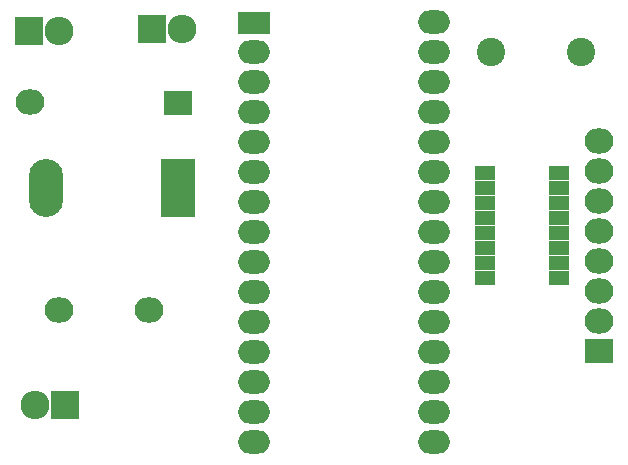
<source format=gbs>
G04 #@! TF.FileFunction,Soldermask,Bot*
%FSLAX46Y46*%
G04 Gerber Fmt 4.6, Leading zero omitted, Abs format (unit mm)*
G04 Created by KiCad (PCBNEW 4.0.7) date 11/02/17 22:13:09*
%MOMM*%
%LPD*%
G01*
G04 APERTURE LIST*
%ADD10C,0.100000*%
%ADD11R,2.899360X4.900880*%
%ADD12O,2.899360X4.900880*%
%ADD13O,2.432000X2.127200*%
%ADD14R,2.432000X2.127200*%
%ADD15R,2.432000X2.432000*%
%ADD16O,2.432000X2.432000*%
%ADD17C,2.398980*%
%ADD18R,2.686000X1.974800*%
%ADD19O,2.686000X1.974800*%
%ADD20R,1.700000X1.200000*%
G04 APERTURE END LIST*
D10*
D11*
X119255080Y-86170000D03*
D12*
X108079080Y-86170000D03*
D13*
X116770000Y-96520000D03*
X109170000Y-96520000D03*
X106670000Y-78920000D03*
D14*
X119270000Y-78960000D03*
D15*
X117050000Y-72770000D03*
D16*
X119590000Y-72770000D03*
D15*
X106650000Y-72880000D03*
D16*
X109190000Y-72880000D03*
D15*
X109630000Y-104570000D03*
D16*
X107090000Y-104570000D03*
D14*
X154880000Y-100000000D03*
D13*
X154880000Y-97460000D03*
X154880000Y-94920000D03*
X154880000Y-92380000D03*
X154880000Y-89840000D03*
X154880000Y-87300000D03*
X154880000Y-84760000D03*
X154880000Y-82220000D03*
D17*
X153360000Y-74640000D03*
X145740000Y-74640000D03*
D18*
X125630000Y-72200000D03*
D19*
X125670000Y-74700000D03*
X125670000Y-77240000D03*
X125670000Y-79780000D03*
X125670000Y-82320000D03*
X125670000Y-84860000D03*
X125670000Y-87400000D03*
X125670000Y-89940000D03*
X125670000Y-92480000D03*
X125670000Y-95020000D03*
X125670000Y-97560000D03*
X125670000Y-100100000D03*
X125670000Y-102640000D03*
X125670000Y-105180000D03*
X125670000Y-107720000D03*
X140910000Y-107720000D03*
X140910000Y-105180000D03*
X140910000Y-102640000D03*
X140910000Y-100100000D03*
X140910000Y-97560000D03*
X140910000Y-95020000D03*
X140910000Y-92480000D03*
X140910000Y-89940000D03*
X140910000Y-87400000D03*
X140910000Y-84860000D03*
X140910000Y-82320000D03*
X140910000Y-79780000D03*
X140910000Y-77240000D03*
X140910000Y-74700000D03*
X140910000Y-72160000D03*
D20*
X151510000Y-84930000D03*
X151510000Y-86210000D03*
X151510000Y-87470000D03*
X151510000Y-88740000D03*
X151510000Y-90020000D03*
X151510000Y-91290000D03*
X151510000Y-92550000D03*
X151510000Y-93830000D03*
X145210000Y-93830000D03*
X145210000Y-92550000D03*
X145210000Y-91290000D03*
X145210000Y-90020000D03*
X145210000Y-88740000D03*
X145210000Y-87470000D03*
X145210000Y-86210000D03*
X145210000Y-84930000D03*
M02*

</source>
